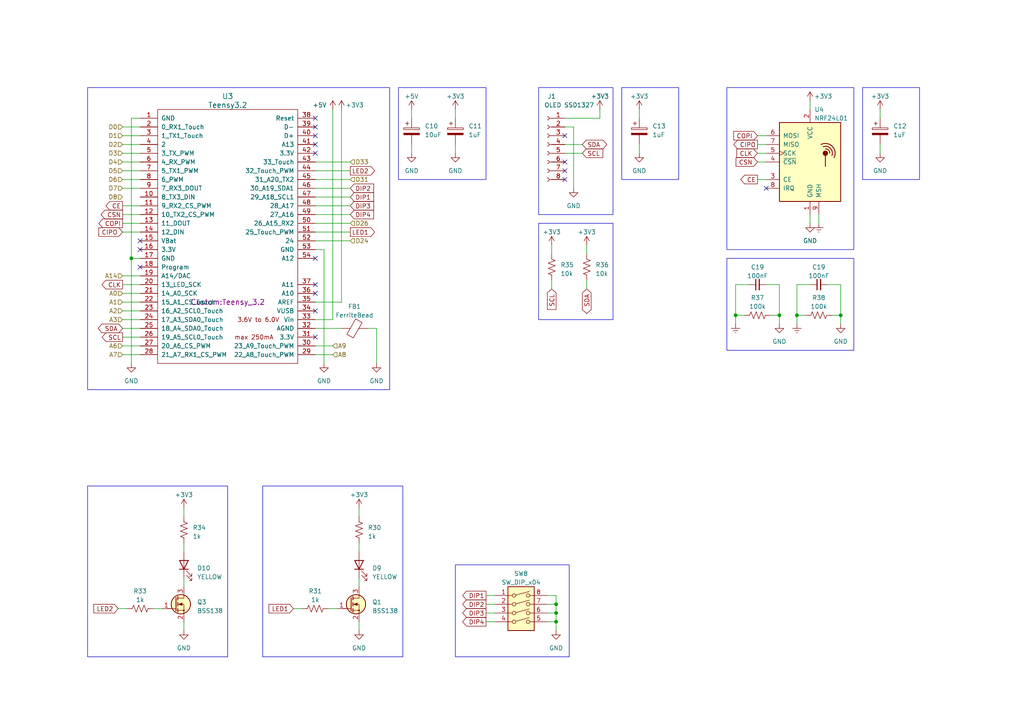
<source format=kicad_sch>
(kicad_sch (version 20230121) (generator eeschema)
  (paper "A4")
  (title_block (title "Everything Controller") (rev "R0") (company "Nabinhotronics") (comment 1 "Vagalbotz") (comment 2 "V2.0"))
  (lib_symbols
    (symbol "Connector:Conn_01x08_Socket" (pin_names (offset 1.016) hide)
      (property "Reference" "J" (at 0 10.16 0))
      (property "Value" "Conn_01x08_Socket" (at 0 -12.7 0))
      (symbol "Conn_01x08_Socket_1_1"
        (arc (start 0 -9.652) (mid -0.5058 -10.16) (end 0 -10.668) (stroke (width 0.1524)))
        (arc (start 0 -7.112) (mid -0.5058 -7.62) (end 0 -8.128) (stroke (width 0.1524)))
        (arc (start 0 -4.572) (mid -0.5058 -5.08) (end 0 -5.588) (stroke (width 0.1524)))
        (arc (start 0 -2.032) (mid -0.5058 -2.54) (end 0 -3.048) (stroke (width 0.1524)))
        (polyline (pts (xy -1.27 -10.16) (xy -0.508 -10.16)) (stroke (width 0.1524)))
        (polyline (pts (xy -1.27 -7.62) (xy -0.508 -7.62)) (stroke (width 0.1524)))
        (polyline (pts (xy -1.27 -5.08) (xy -0.508 -5.08)) (stroke (width 0.1524)))
        (polyline (pts (xy -1.27 -2.54) (xy -0.508 -2.54)) (stroke (width 0.1524)))
        (polyline (pts (xy -1.27 0) (xy -0.508 0)) (stroke (width 0.1524)))
        (polyline (pts (xy -1.27 2.54) (xy -0.508 2.54)) (stroke (width 0.1524)))
        (polyline (pts (xy -1.27 5.08) (xy -0.508 5.08)) (stroke (width 0.1524)))
        (polyline (pts (xy -1.27 7.62) (xy -0.508 7.62)) (stroke (width 0.1524)))
        (arc (start 0 0.508) (mid -0.5058 0) (end 0 -0.508) (stroke (width 0.1524)))
        (arc (start 0 3.048) (mid -0.5058 2.54) (end 0 2.032) (stroke (width 0.1524)))
        (arc (start 0 5.588) (mid -0.5058 5.08) (end 0 4.572) (stroke (width 0.1524)))
        (arc (start 0 8.128) (mid -0.5058 7.62) (end 0 7.112) (stroke (width 0.1524)))
        (pin passive line (at -5.08 7.62 0) (length 3.81) (name "Pin_1") (number "1"))
        (pin passive line (at -5.08 5.08 0) (length 3.81) (name "Pin_2") (number "2"))
        (pin passive line (at -5.08 2.54 0) (length 3.81) (name "Pin_3") (number "3"))
        (pin passive line (at -5.08 0 0) (length 3.81) (name "Pin_4") (number "4"))
        (pin passive line (at -5.08 -2.54 0) (length 3.81) (name "Pin_5") (number "5"))
        (pin passive line (at -5.08 -5.08 0) (length 3.81) (name "Pin_6") (number "6"))
        (pin passive line (at -5.08 -7.62 0) (length 3.81) (name "Pin_7") (number "7"))
        (pin passive line (at -5.08 -10.16 0) (length 3.81) (name "Pin_8") (number "8"))
      )
    )
    (symbol "Device:C_Polarized" (pin_numbers hide) (pin_names (offset 0.254))
      (property "Reference" "C" (at 0.635 2.54 0))
      (property "Value" "C_Polarized" (at 0.635 -2.54 0))
      (symbol "C_Polarized_0_1"
        (rectangle (start -2.286 0.508) (end 2.286 1.016))
        (polyline (pts (xy -1.778 2.286) (xy -0.762 2.286)))
        (polyline (pts (xy -1.27 2.794) (xy -1.27 1.778)))
        (rectangle (start 2.286 -0.508) (end -2.286 -1.016) (fill (type outline)))
      )
      (symbol "C_Polarized_1_1"
        (pin passive line (at 0 3.81 270) (length 2.794) (name "~") (number "1"))
        (pin passive line (at 0 -3.81 90) (length 2.794) (name "~") (number "2"))
      )
    )
    (symbol "Device:C_Small" (pin_numbers hide) (pin_names (offset 0.254) hide)
      (property "Reference" "C" (at 0.254 1.778 0))
      (property "Value" "C_Small" (at 0.254 -2.032 0))
      (symbol "C_Small_0_1"
        (polyline (pts (xy -1.524 -0.508) (xy 1.524 -0.508)) (stroke (width 0.3302)))
        (polyline (pts (xy -1.524 0.508) (xy 1.524 0.508)) (stroke (width 0.3048)))
      )
      (symbol "C_Small_1_1"
        (pin passive line (at 0 2.54 270) (length 2.032) (name "~") (number "1"))
        (pin passive line (at 0 -2.54 90) (length 2.032) (name "~") (number "2"))
      )
    )
    (symbol "Device:FerriteBead" (pin_numbers hide) (pin_names (offset 0))
      (property "Reference" "FB" (at -3.81 0.635 90))
      (property "Value" "FerriteBead" (at 3.81 0 90))
      (symbol "FerriteBead_0_1"
        (polyline (pts (xy 0 -1.27) (xy 0 -1.2192)))
        (polyline (pts (xy 0 1.27) (xy 0 1.2954)))
        (polyline (pts (xy -2.7686 0.4064) (xy -1.7018 2.2606) (xy 2.7686 -0.3048) (xy 1.6764 -2.159) (xy -2.7686 0.4064)))
      )
      (symbol "FerriteBead_1_1"
        (pin passive line (at 0 3.81 270) (length 2.54) (name "~") (number "1"))
        (pin passive line (at 0 -3.81 90) (length 2.54) (name "~") (number "2"))
      )
    )
    (symbol "Device:LED" (pin_numbers hide) (pin_names (offset 1.016) hide)
      (property "Reference" "D" (at 0 2.54 0))
      (property "Value" "LED" (at 0 -2.54 0))
      (symbol "LED_0_1"
        (polyline (pts (xy -1.27 -1.27) (xy -1.27 1.27)) (stroke (width 0.254)))
        (polyline (pts (xy -1.27 0) (xy 1.27 0)))
        (polyline (pts (xy 1.27 -1.27) (xy 1.27 1.27) (xy -1.27 0) (xy 1.27 -1.27)) (stroke (width 0.254)))
        (polyline (pts (xy -3.048 -0.762) (xy -4.572 -2.286) (xy -3.81 -2.286) (xy -4.572 -2.286) (xy -4.572 -1.524)))
        (polyline (pts (xy -1.778 -0.762) (xy -3.302 -2.286) (xy -2.54 -2.286) (xy -3.302 -2.286) (xy -3.302 -1.524)))
      )
      (symbol "LED_1_1"
        (pin passive line (at -3.81 0 0) (length 2.54) (name "K") (number "1"))
        (pin passive line (at 3.81 0 180) (length 2.54) (name "A") (number "2"))
      )
    )
    (symbol "Device:R_US" (pin_numbers hide) (pin_names (offset 0))
      (property "Reference" "R" (at 2.54 0 90))
      (property "Value" "R_US" (at -2.54 0 90))
      (symbol "R_US_0_1"
        (polyline (pts (xy 0 -2.286) (xy 0 -2.54)))
        (polyline (pts (xy 0 2.286) (xy 0 2.54)))
        (polyline (pts (xy 0 -0.762) (xy 1.016 -1.143) (xy 0 -1.524) (xy -1.016 -1.905) (xy 0 -2.286)))
        (polyline (pts (xy 0 0.762) (xy 1.016 0.381) (xy 0 0) (xy -1.016 -0.381) (xy 0 -0.762)))
        (polyline (pts (xy 0 2.286) (xy 1.016 1.905) (xy 0 1.524) (xy -1.016 1.143) (xy 0 0.762)))
      )
      (symbol "R_US_1_1"
        (pin passive line (at 0 3.81 270) (length 1.27) (name "~") (number "1"))
        (pin passive line (at 0 -3.81 90) (length 1.27) (name "~") (number "2"))
      )
    )
    (symbol "PCM_4ms_Power-symbol:+5V" (power) (pin_names (offset 0))
      (property "Value" "+5V" (at 0 3.556 0))
      (symbol "+5V_0_1"
        (polyline (pts (xy -0.762 1.27) (xy 0 2.54)))
        (polyline (pts (xy 0 0) (xy 0 2.54)))
        (polyline (pts (xy 0 2.54) (xy 0.762 1.27)))
      )
      (symbol "+5V_1_1"
        (pin power_in line (at 0 0 90) (length 0) hide (name "+5V") (number "1"))
      )
    )
    (symbol "PCM_4ms_Power-symbol:GND" (power) (pin_names (offset 0))
      (property "Value" "GND" (at 0 -3.81 0))
      (symbol "GND_0_1"
        (polyline (pts (xy 0 0) (xy 0 -1.27) (xy 1.27 -1.27) (xy 0 -2.54) (xy -1.27 -1.27) (xy 0 -1.27)))
      )
      (symbol "GND_1_1"
        (pin power_in line (at 0 0 270) (length 0) hide (name "GND") (number "1"))
      )
    )
    (symbol "PCM_Transistor_MOSFET_AKL:BSS138" (pin_names hide)
      (property "Reference" "Q" (at 5.08 1.27 0))
      (property "Value" "BSS138" (at 5.08 -1.27 0))
      (symbol "BSS138_0_1"
        (polyline (pts (xy 0.254 -1.27) (xy -2.54 -1.27)))
        (polyline (pts (xy 0.254 1.905) (xy 0.254 -1.905)) (stroke (width 0.254)))
        (polyline (pts (xy 0.762 -1.778) (xy 2.54 -1.778)))
        (polyline (pts (xy 0.762 -1.27) (xy 0.762 -2.286)) (stroke (width 0.254)))
        (polyline (pts (xy 0.762 0.508) (xy 0.762 -0.508)) (stroke (width 0.254)))
        (polyline (pts (xy 0.762 2.286) (xy 0.762 1.27)) (stroke (width 0.254)))
        (polyline (pts (xy 2.54 1.778) (xy 0.762 1.778)))
        (polyline (pts (xy 2.54 2.54) (xy 2.54 1.778)))
        (polyline (pts (xy 2.54 -2.54) (xy 2.54 0) (xy 0.762 0)))
        (polyline (pts (xy 1.016 0) (xy 2.032 0.381) (xy 2.032 -0.381) (xy 1.016 0)) (fill (type outline)))
        (circle (center 1.651 0) (radius 2.794) (stroke (width 0.254)) (fill (type background)))
        (circle (center 2.54 -1.778) (radius 0.1778) (fill (type outline)))
      )
      (symbol "BSS138_1_1"
        (pin input line (at -3.81 -1.27 0) (length 2.54) (name "G") (number "1"))
        (pin passive line (at 2.54 -5.08 90) (length 2.54) (name "S") (number "2"))
        (pin passive line (at 2.54 5.08 270) (length 2.54) (name "D") (number "3"))
      )
    )
    (symbol "RF:NRF24L01_Breakout" (pin_names (offset 1.016))
      (property "Reference" "U4" (at 1.27 15.24 0))
      (property "Value" "NRF24L01" (at 1.27 12.7 0))
      (symbol "NRF24L01_Breakout_0_1"
        (rectangle (start -8.89 11.43) (end 8.89 -11.43) (stroke (width 0.254)) (fill (type background)))
        (polyline (pts (xy 4.445 1.905) (xy 4.445 -1.27)) (stroke (width 0.254)))
        (circle (center 4.445 2.54) (radius 0.635) (stroke (width 0.254)) (fill (type outline)))
        (arc (start 5.715 2.54) (mid 5.3521 3.4546) (end 4.445 3.81) (stroke (width 0.254)))
        (arc (start 6.35 1.905) (mid 5.8763 3.9854) (end 3.81 4.445) (stroke (width 0.254)))
        (arc (start 6.985 1.27) (mid 6.453 4.548) (end 3.175 5.08) (stroke (width 0.254)))
      )
      (symbol "NRF24L01_Breakout_1_1"
        (pin power_in line (at 0 -15.24 90) (length 3.81) (name "GND") (number "1"))
        (pin power_in line (at 0 15.24 270) (length 3.81) (name "VCC") (number "2"))
        (pin input line (at -12.7 -5.08 0) (length 3.81) (name "CE") (number "3"))
        (pin input line (at -12.7 0 0) (length 3.81) (name "~{CSN}") (number "4"))
        (pin input clock (at -12.7 2.54 0) (length 3.81) (name "SCK") (number "5"))
        (pin input line (at -12.7 7.62 0) (length 3.81) (name "MOSI") (number "6"))
        (pin output line (at -12.7 5.08 0) (length 3.81) (name "MISO") (number "7"))
        (pin output line (at -12.7 -7.62 0) (length 3.81) (name "IRQ") (number "8"))
        (pin power_in line (at 2.54 -15.24 90) (length 3.81) (name "MSH") (number "9"))
      )
    )
    (symbol "Switch:SW_DIP_x04" (pin_names (offset 0) hide)
      (property "Reference" "SW" (at 0 8.89 0))
      (property "Value" "SW_DIP_x04" (at 0 -6.35 0))
      (symbol "SW_DIP_x04_0_0"
        (circle (center -2.032 -2.54) (radius 0.508))
        (circle (center -2.032 0) (radius 0.508))
        (circle (center -2.032 2.54) (radius 0.508))
        (circle (center -2.032 5.08) (radius 0.508))
        (polyline (pts (xy -1.524 -2.3876) (xy 2.3622 -1.3462)))
        (polyline (pts (xy -1.524 0.127) (xy 2.3622 1.1684)))
        (polyline (pts (xy -1.524 2.667) (xy 2.3622 3.7084)))
        (polyline (pts (xy -1.524 5.207) (xy 2.3622 6.2484)))
        (circle (center 2.032 -2.54) (radius 0.508))
        (circle (center 2.032 0) (radius 0.508))
        (circle (center 2.032 2.54) (radius 0.508))
        (circle (center 2.032 5.08) (radius 0.508))
      )
      (symbol "SW_DIP_x04_0_1"
        (rectangle (start -3.81 7.62) (end 3.81 -5.08) (stroke (width 0.254)) (fill (type background)))
      )
      (symbol "SW_DIP_x04_1_1"
        (pin passive line (at -7.62 5.08 0) (length 5.08) (name "~") (number "1"))
        (pin passive line (at -7.62 2.54 0) (length 5.08) (name "~") (number "2"))
        (pin passive line (at -7.62 0 0) (length 5.08) (name "~") (number "3"))
        (pin passive line (at -7.62 -2.54 0) (length 5.08) (name "~") (number "4"))
        (pin passive line (at 7.62 -2.54 180) (length 5.08) (name "~") (number "5"))
        (pin passive line (at 7.62 0 180) (length 5.08) (name "~") (number "6"))
        (pin passive line (at 7.62 2.54 180) (length 5.08) (name "~") (number "7"))
        (pin passive line (at 7.62 5.08 180) (length 5.08) (name "~") (number "8"))
      )
    )
    (symbol "Teensy:Teensy3.2" (pin_names (offset 1.016))
      (property "Reference" "U" (at 0 39.37 0))
      (property "Value" "Teensy3.2" (at 0 -39.37 0))
      (symbol "Teensy3.2_0_0"
        (text "3.6V to 6.0V" (at 8.89 -24.13 0) (effects (font (size 1.27 1.27))))
        (text "max 250mA" (at 7.62 -29.21 0) (effects (font (size 1.27 1.27))))
      )
      (symbol "Teensy3.2_0_1"
        (rectangle (start -20.32 -36.83) (end 20.32 36.83))
      )
      (symbol "Teensy3.2_1_1"
        (pin power_in line (at -25.4 34.29 0) (length 5.08) (name "GND") (number "1"))
        (pin bidirectional line (at -25.4 11.43 0) (length 5.08) (name "8_TX3_DIN") (number "10"))
        (pin bidirectional line (at -25.4 8.89 0) (length 5.08) (name "9_RX2_CS_PWM") (number "11"))
        (pin bidirectional line (at -25.4 6.35 0) (length 5.08) (name "10_TX2_CS_PWM") (number "12"))
        (pin bidirectional line (at -25.4 3.81 0) (length 5.08) (name "11_DOUT") (number "13"))
        (pin bidirectional line (at -25.4 1.27 0) (length 5.08) (name "12_DIN") (number "14"))
        (pin power_in line (at -25.4 -1.27 0) (length 5.08) (name "VBat") (number "15"))
        (pin power_out line (at -25.4 -3.81 0) (length 5.08) (name "3.3V") (number "16"))
        (pin power_in line (at -25.4 -6.35 0) (length 5.08) (name "GND") (number "17"))
        (pin input line (at -25.4 -8.89 0) (length 5.08) (name "Program") (number "18"))
        (pin bidirectional line (at -25.4 -11.43 0) (length 5.08) (name "A14/DAC") (number "19"))
        (pin bidirectional line (at -25.4 31.75 0) (length 5.08) (name "0_RX1_Touch") (number "2"))
        (pin bidirectional line (at -25.4 -13.97 0) (length 5.08) (name "13_LED_SCK") (number "20"))
        (pin bidirectional line (at -25.4 -16.51 0) (length 5.08) (name "14_A0_SCK") (number "21"))
        (pin bidirectional line (at -25.4 -19.05 0) (length 5.08) (name "15_A1_CS_Touch") (number "22"))
        (pin bidirectional line (at -25.4 -21.59 0) (length 5.08) (name "16_A2_SCL0_Touch") (number "23"))
        (pin bidirectional line (at -25.4 -24.13 0) (length 5.08) (name "17_A3_SDA0_Touch") (number "24"))
        (pin bidirectional line (at -25.4 -26.67 0) (length 5.08) (name "18_A4_SDA0_Touch") (number "25"))
        (pin bidirectional line (at -25.4 -29.21 0) (length 5.08) (name "19_A5_SCL0_Touch") (number "26"))
        (pin bidirectional line (at -25.4 -31.75 0) (length 5.08) (name "20_A6_CS_PWM") (number "27"))
        (pin bidirectional line (at -25.4 -34.29 0) (length 5.08) (name "21_A7_RX1_CS_PWM") (number "28"))
        (pin bidirectional line (at 25.4 -34.29 180) (length 5.08) (name "22_A8_Touch_PWM") (number "29"))
        (pin bidirectional line (at -25.4 29.21 0) (length 5.08) (name "1_TX1_Touch") (number "3"))
        (pin bidirectional line (at 25.4 -31.75 180) (length 5.08) (name "23_A9_Touch_PWM") (number "30"))
        (pin power_out line (at 25.4 -29.21 180) (length 5.08) (name "3.3V") (number "31"))
        (pin power_out line (at 25.4 -26.67 180) (length 5.08) (name "AGND") (number "32"))
        (pin power_in line (at 25.4 -24.13 180) (length 5.08) (name "Vin") (number "33"))
        (pin power_in line (at 25.4 -21.59 180) (length 5.08) (name "VUSB") (number "34"))
        (pin input line (at 25.4 -19.05 180) (length 5.08) (name "AREF") (number "35"))
        (pin bidirectional line (at 25.4 -16.51 180) (length 5.08) (name "A10") (number "36"))
        (pin bidirectional line (at 25.4 -13.97 180) (length 5.08) (name "A11") (number "37"))
        (pin input line (at 25.4 34.29 180) (length 5.08) (name "Reset") (number "38"))
        (pin bidirectional line (at 25.4 31.75 180) (length 5.08) (name "D-") (number "39"))
        (pin bidirectional line (at -25.4 26.67 0) (length 5.08) (name "2") (number "4"))
        (pin bidirectional line (at 25.4 29.21 180) (length 5.08) (name "D+") (number "40"))
        (pin bidirectional line (at 25.4 26.67 180) (length 5.08) (name "A13") (number "41"))
        (pin power_out line (at 25.4 24.13 180) (length 5.08) (name "3.3V") (number "42"))
        (pin bidirectional line (at 25.4 21.59 180) (length 5.08) (name "33_Touch") (number "43"))
        (pin bidirectional line (at 25.4 19.05 180) (length 5.08) (name "32_Touch_PWM") (number "44"))
        (pin bidirectional line (at 25.4 16.51 180) (length 5.08) (name "31_A20_TX2") (number "45"))
        (pin bidirectional line (at 25.4 13.97 180) (length 5.08) (name "30_A19_SDA1") (number "46"))
        (pin bidirectional line (at 25.4 11.43 180) (length 5.08) (name "29_A18_SCL1") (number "47"))
        (pin bidirectional line (at 25.4 8.89 180) (length 5.08) (name "28_A17") (number "48"))
        (pin bidirectional line (at 25.4 6.35 180) (length 5.08) (name "27_A16") (number "49"))
        (pin bidirectional line (at -25.4 24.13 0) (length 5.08) (name "3_TX_PWM") (number "5"))
        (pin bidirectional line (at 25.4 3.81 180) (length 5.08) (name "26_A15_RX2") (number "50"))
        (pin bidirectional line (at 25.4 1.27 180) (length 5.08) (name "25_Touch_PWM") (number "51"))
        (pin bidirectional line (at 25.4 -1.27 180) (length 5.08) (name "24") (number "52"))
        (pin power_in line (at 25.4 -3.81 180) (length 5.08) (name "GND") (number "53"))
        (pin bidirectional line (at 25.4 -6.35 180) (length 5.08) (name "A12") (number "54"))
        (pin bidirectional line (at -25.4 21.59 0) (length 5.08) (name "4_RX_PWM") (number "6"))
        (pin bidirectional line (at -25.4 19.05 0) (length 5.08) (name "5_TX1_PWM") (number "7"))
        (pin bidirectional line (at -25.4 16.51 0) (length 5.08) (name "6_PWM") (number "8"))
        (pin bidirectional line (at -25.4 13.97 0) (length 5.08) (name "7_RX3_DOUT") (number "9"))
      )
    )
    (symbol "power:+3V3" (power) (pin_names (offset 0))
      (property "Value" "+3V3" (at 0 3.556 0))
      (symbol "+3V3_0_1"
        (polyline (pts (xy -0.762 1.27) (xy 0 2.54)))
        (polyline (pts (xy 0 0) (xy 0 2.54)))
        (polyline (pts (xy 0 2.54) (xy 0.762 1.27)))
      )
      (symbol "+3V3_1_1"
        (pin power_in line (at 0 0 90) (length 0) hide (name "+3V3") (number "1"))
      )
    )
    (symbol "power:Earth" (power) (pin_names (offset 0))
      (symbol "Earth_0_1"
        (polyline (pts (xy -0.635 -1.905) (xy 0.635 -1.905)))
        (polyline (pts (xy -0.127 -2.54) (xy 0.127 -2.54)))
        (polyline (pts (xy 0 -1.27) (xy 0 0)))
        (polyline (pts (xy 1.27 -1.27) (xy -1.27 -1.27)))
      )
      (symbol "Earth_1_1"
        (pin power_in line (at 0 0 270) (length 0) hide (name "Earth") (number "1"))
      )
    )
  )
  (junction (at 226.06 91.44))
  (junction (at 161.29 180.34))
  (junction (at 213.36 91.44))
  (junction (at 38.1 74.93))
  (junction (at 161.29 175.26))
  (junction (at 231.14 91.44))
  (junction (at 243.84 91.44))
  (junction (at 161.29 177.8))
  (no_connect (at 91.44 41.91))
  (no_connect (at 163.83 52.07))
  (no_connect (at 163.83 49.53))
  (no_connect (at 91.44 39.37))
  (no_connect (at 91.44 36.83))
  (no_connect (at 40.64 77.47))
  (no_connect (at 91.44 82.55))
  (no_connect (at 91.44 90.17))
  (no_connect (at 40.64 69.85))
  (no_connect (at 91.44 44.45))
  (no_connect (at 163.83 39.37))
  (no_connect (at 91.44 97.79))
  (no_connect (at 91.44 74.93))
  (no_connect (at 40.64 72.39))
  (no_connect (at 91.44 34.29))
  (no_connect (at 222.25 54.61))
  (no_connect (at 91.44 85.09))
  (no_connect (at 163.83 46.99))
  (wire (pts (xy 91.44 72.39) (xy 93.98 72.39)))
  (wire (pts (xy 40.64 74.93) (xy 38.1 74.93)))
  (wire (pts (xy 35.56 92.71) (xy 40.64 92.71)))
  (wire (pts (xy 35.56 97.79) (xy 40.64 97.79)))
  (wire (pts (xy 173.99 34.29) (xy 173.99 31.75)))
  (wire (pts (xy 35.56 62.23) (xy 40.64 62.23)))
  (wire (pts (xy 96.52 92.71) (xy 91.44 92.71)))
  (wire (pts (xy 38.1 74.93) (xy 38.1 105.41)))
  (wire (pts (xy 231.14 93.98) (xy 231.14 91.44)))
  (wire (pts (xy 91.44 49.53) (xy 101.6 49.53)))
  (wire (pts (xy 219.71 52.07) (xy 222.25 52.07)))
  (wire (pts (xy 34.29 176.53) (xy 36.83 176.53)))
  (wire (pts (xy 91.44 67.31) (xy 101.6 67.31)))
  (wire (pts (xy 53.34 157.48) (xy 53.34 160.02)))
  (wire (pts (xy 132.08 31.75) (xy 132.08 34.29)))
  (wire (pts (xy 234.95 29.21) (xy 234.95 31.75)))
  (wire (pts (xy 170.18 71.12) (xy 170.18 73.66)))
  (wire (pts (xy 240.03 82.55) (xy 243.84 82.55)))
  (wire (pts (xy 91.44 46.99) (xy 101.6 46.99)))
  (wire (pts (xy 104.14 147.32) (xy 104.14 149.86)))
  (wire (pts (xy 223.52 91.44) (xy 226.06 91.44)))
  (wire (pts (xy 158.75 177.8) (xy 161.29 177.8)))
  (wire (pts (xy 241.3 91.44) (xy 243.84 91.44)))
  (wire (pts (xy 35.56 90.17) (xy 40.64 90.17)))
  (wire (pts (xy 91.44 62.23) (xy 101.6 62.23)))
  (wire (pts (xy 231.14 91.44) (xy 233.68 91.44)))
  (wire (pts (xy 91.44 52.07) (xy 101.6 52.07)))
  (wire (pts (xy 35.56 80.01) (xy 40.64 80.01)))
  (wire (pts (xy 35.56 95.25) (xy 40.64 95.25)))
  (wire (pts (xy 255.27 31.75) (xy 255.27 34.29)))
  (wire (pts (xy 91.44 69.85) (xy 101.6 69.85)))
  (wire (pts (xy 35.56 87.63) (xy 40.64 87.63)))
  (wire (pts (xy 158.75 175.26) (xy 161.29 175.26)))
  (wire (pts (xy 231.14 82.55) (xy 231.14 91.44)))
  (wire (pts (xy 35.56 41.91) (xy 40.64 41.91)))
  (wire (pts (xy 219.71 41.91) (xy 222.25 41.91)))
  (wire (pts (xy 91.44 102.87) (xy 96.52 102.87)))
  (wire (pts (xy 160.02 71.12) (xy 160.02 73.66)))
  (wire (pts (xy 35.56 54.61) (xy 40.64 54.61)))
  (wire (pts (xy 53.34 147.32) (xy 53.34 149.86)))
  (wire (pts (xy 119.38 31.75) (xy 119.38 34.29)))
  (wire (pts (xy 161.29 182.88) (xy 161.29 180.34)))
  (wire (pts (xy 163.83 36.83) (xy 166.37 36.83)))
  (wire (pts (xy 91.44 57.15) (xy 101.6 57.15)))
  (wire (pts (xy 163.83 34.29) (xy 173.99 34.29)))
  (wire (pts (xy 140.97 180.34) (xy 143.51 180.34)))
  (wire (pts (xy 91.44 95.25) (xy 99.06 95.25)))
  (wire (pts (xy 104.14 167.64) (xy 104.14 170.18)))
  (wire (pts (xy 132.08 41.91) (xy 132.08 44.45)))
  (wire (pts (xy 170.18 81.28) (xy 170.18 83.82)))
  (wire (pts (xy 119.38 41.91) (xy 119.38 44.45)))
  (wire (pts (xy 40.64 34.29) (xy 38.1 34.29)))
  (wire (pts (xy 222.25 82.55) (xy 226.06 82.55)))
  (wire (pts (xy 219.71 46.99) (xy 222.25 46.99)))
  (wire (pts (xy 213.36 93.98) (xy 213.36 91.44)))
  (wire (pts (xy 140.97 177.8) (xy 143.51 177.8)))
  (wire (pts (xy 35.56 59.69) (xy 40.64 59.69)))
  (wire (pts (xy 93.98 72.39) (xy 93.98 105.41)))
  (wire (pts (xy 219.71 39.37) (xy 222.25 39.37)))
  (wire (pts (xy 160.02 81.28) (xy 160.02 83.82)))
  (wire (pts (xy 35.56 49.53) (xy 40.64 49.53)))
  (wire (pts (xy 255.27 41.91) (xy 255.27 44.45)))
  (wire (pts (xy 44.45 176.53) (xy 46.99 176.53)))
  (wire (pts (xy 85.09 176.53) (xy 87.63 176.53)))
  (wire (pts (xy 35.56 85.09) (xy 40.64 85.09)))
  (wire (pts (xy 35.56 64.77) (xy 40.64 64.77)))
  (wire (pts (xy 91.44 87.63) (xy 99.06 87.63)))
  (wire (pts (xy 104.14 180.34) (xy 104.14 182.88)))
  (wire (pts (xy 95.25 176.53) (xy 97.79 176.53)))
  (wire (pts (xy 35.56 46.99) (xy 40.64 46.99)))
  (wire (pts (xy 91.44 54.61) (xy 101.6 54.61)))
  (wire (pts (xy 35.56 67.31) (xy 40.64 67.31)))
  (wire (pts (xy 161.29 180.34) (xy 161.29 177.8)))
  (wire (pts (xy 161.29 175.26) (xy 161.29 172.72)))
  (wire (pts (xy 35.56 102.87) (xy 40.64 102.87)))
  (wire (pts (xy 91.44 59.69) (xy 101.6 59.69)))
  (wire (pts (xy 237.49 62.23) (xy 237.49 64.77)))
  (wire (pts (xy 185.42 41.91) (xy 185.42 44.45)))
  (wire (pts (xy 109.22 95.25) (xy 109.22 105.41)))
  (wire (pts (xy 243.84 82.55) (xy 243.84 91.44)))
  (wire (pts (xy 104.14 157.48) (xy 104.14 160.02)))
  (wire (pts (xy 163.83 41.91) (xy 168.91 41.91)))
  (wire (pts (xy 140.97 175.26) (xy 143.51 175.26)))
  (wire (pts (xy 96.52 31.75) (xy 96.52 92.71)))
  (wire (pts (xy 226.06 82.55) (xy 226.06 91.44)))
  (wire (pts (xy 35.56 82.55) (xy 40.64 82.55)))
  (wire (pts (xy 35.56 39.37) (xy 40.64 39.37)))
  (wire (pts (xy 161.29 177.8) (xy 161.29 175.26)))
  (wire (pts (xy 99.06 87.63) (xy 99.06 31.75)))
  (wire (pts (xy 161.29 172.72) (xy 158.75 172.72)))
  (wire (pts (xy 213.36 82.55) (xy 213.36 91.44)))
  (wire (pts (xy 53.34 167.64) (xy 53.34 170.18)))
  (wire (pts (xy 35.56 44.45) (xy 40.64 44.45)))
  (wire (pts (xy 234.95 62.23) (xy 234.95 64.77)))
  (wire (pts (xy 35.56 52.07) (xy 40.64 52.07)))
  (wire (pts (xy 213.36 91.44) (xy 215.9 91.44)))
  (wire (pts (xy 109.22 95.25) (xy 106.68 95.25)))
  (wire (pts (xy 185.42 31.75) (xy 185.42 34.29)))
  (wire (pts (xy 217.17 82.55) (xy 213.36 82.55)))
  (wire (pts (xy 53.34 180.34) (xy 53.34 182.88)))
  (wire (pts (xy 158.75 180.34) (xy 161.29 180.34)))
  (wire (pts (xy 243.84 91.44) (xy 243.84 93.98)))
  (wire (pts (xy 91.44 100.33) (xy 96.52 100.33)))
  (wire (pts (xy 140.97 172.72) (xy 143.51 172.72)))
  (wire (pts (xy 219.71 44.45) (xy 222.25 44.45)))
  (wire (pts (xy 163.83 44.45) (xy 168.91 44.45)))
  (wire (pts (xy 226.06 91.44) (xy 226.06 93.98)))
  (wire (pts (xy 35.56 36.83) (xy 40.64 36.83)))
  (wire (pts (xy 166.37 36.83) (xy 166.37 54.61)))
  (wire (pts (xy 35.56 100.33) (xy 40.64 100.33)))
  (wire (pts (xy 38.1 34.29) (xy 38.1 74.93)))
  (wire (pts (xy 234.95 82.55) (xy 231.14 82.55)))
  (wire (pts (xy 91.44 64.77) (xy 101.6 64.77)))
  (rectangle (start 25.4 25.4) (end 113.03 113.03))
  (rectangle (start 156.21 64.77) (end 177.8 92.71))
  (rectangle (start 210.82 74.93) (end 247.65 101.6))
  (rectangle (start 180.34 25.4) (end 196.85 52.07))
  (rectangle (start 156.21 25.4) (end 177.8 62.23))
  (rectangle (start 76.2 140.97) (end 116.84 190.5))
  (rectangle (start 115.57 25.4) (end 140.97 52.07))
  (rectangle (start 210.82 25.4) (end 247.65 72.39))
  (rectangle (start 250.19 25.4) (end 266.7 52.07))
  (rectangle (start 132.08 163.83) (end 165.1 190.5))
  (rectangle (start 25.4 140.97) (end 66.04 190.5))
  (global_label "SCL" (shape input) (at 160.02 83.82 270) (property "Intersheetrefs" "${INTERSHEET_REFS}" (effects hide)))
  (global_label "CE" (shape output) (at 35.56 59.69 180) (property "Intersheetrefs" "${INTERSHEET_REFS}" (effects hide)))
  (global_label "DIP1" (shape output) (at 140.97 172.72 180) (property "Intersheetrefs" "${INTERSHEET_REFS}" (effects hide)))
  (global_label "COPI" (shape input) (at 219.71 39.37 180) (property "Intersheetrefs" "${INTERSHEET_REFS}" (effects hide)))
  (global_label "CLK" (shape output) (at 35.56 82.55 180) (property "Intersheetrefs" "${INTERSHEET_REFS}" (effects hide)))
  (global_label "SCL" (shape input) (at 168.91 44.45 0) (property "Intersheetrefs" "${INTERSHEET_REFS}" (effects hide)))
  (global_label "LED1" (shape input) (at 85.09 176.53 180) (property "Intersheetrefs" "${INTERSHEET_REFS}" (effects hide)))
  (global_label "DIP3" (shape output) (at 140.97 177.8 180) (property "Intersheetrefs" "${INTERSHEET_REFS}" (effects hide)))
  (global_label "DIP3" (shape input) (at 101.6 59.69 0) (property "Intersheetrefs" "${INTERSHEET_REFS}" (effects hide)))
  (global_label "SDA" (shape bidirectional) (at 35.56 95.25 180) (property "Intersheetrefs" "${INTERSHEET_REFS}" (effects hide)))
  (global_label "SDA" (shape bidirectional) (at 170.18 83.82 270) (property "Intersheetrefs" "${INTERSHEET_REFS}" (effects hide)))
  (global_label "DIP2" (shape input) (at 101.6 54.61 0) (property "Intersheetrefs" "${INTERSHEET_REFS}" (effects hide)))
  (global_label "CE" (shape output) (at 219.71 52.07 180) (property "Intersheetrefs" "${INTERSHEET_REFS}" (effects hide)))
  (global_label "SDA" (shape bidirectional) (at 168.91 41.91 0) (property "Intersheetrefs" "${INTERSHEET_REFS}" (effects hide)))
  (global_label "CIPO" (shape output) (at 219.71 41.91 180) (property "Intersheetrefs" "${INTERSHEET_REFS}" (effects hide)))
  (global_label "LED1" (shape output) (at 101.6 67.31 0) (property "Intersheetrefs" "${INTERSHEET_REFS}" (effects hide)))
  (global_label "DIP2" (shape output) (at 140.97 175.26 180) (property "Intersheetrefs" "${INTERSHEET_REFS}" (effects hide)))
  (global_label "DIP1" (shape input) (at 101.6 57.15 0) (property "Intersheetrefs" "${INTERSHEET_REFS}" (effects hide)))
  (global_label "COPI" (shape output) (at 35.56 64.77 180) (property "Intersheetrefs" "${INTERSHEET_REFS}" (effects hide)))
  (global_label "CIPO" (shape input) (at 35.56 67.31 180) (property "Intersheetrefs" "${INTERSHEET_REFS}" (effects hide)))
  (global_label "SCL" (shape output) (at 35.56 97.79 180) (property "Intersheetrefs" "${INTERSHEET_REFS}" (effects hide)))
  (global_label "DIP4" (shape output) (at 140.97 180.34 180) (property "Intersheetrefs" "${INTERSHEET_REFS}" (effects hide)))
  (global_label "CSN" (shape input) (at 219.71 46.99 180) (property "Intersheetrefs" "${INTERSHEET_REFS}" (effects hide)))
  (global_label "DIP4" (shape input) (at 101.6 62.23 0) (property "Intersheetrefs" "${INTERSHEET_REFS}" (effects hide)))
  (global_label "CLK" (shape input) (at 219.71 44.45 180) (property "Intersheetrefs" "${INTERSHEET_REFS}" (effects hide)))
  (global_label "CSN" (shape output) (at 35.56 62.23 180) (property "Intersheetrefs" "${INTERSHEET_REFS}" (effects hide)))
  (global_label "LED2" (shape output) (at 101.6 49.53 0) (property "Intersheetrefs" "${INTERSHEET_REFS}" (effects hide)))
  (global_label "LED2" (shape input) (at 34.29 176.53 180) (property "Intersheetrefs" "${INTERSHEET_REFS}" (effects hide)))
  (hierarchical_label "D0" (shape input) (at 35.56 36.83 180))
  (hierarchical_label "D5" (shape input) (at 35.56 49.53 180))
  (hierarchical_label "D8" (shape input) (at 35.56 57.15 180))
  (hierarchical_label "A9" (shape input) (at 96.52 100.33 0))
  (hierarchical_label "A8" (shape input) (at 96.52 102.87 0))
  (hierarchical_label "D31" (shape input) (at 101.6 52.07 0))
  (hierarchical_label "D4" (shape input) (at 35.56 46.99 180))
  (hierarchical_label "D33" (shape input) (at 101.6 46.99 0))
  (hierarchical_label "D7" (shape input) (at 35.56 54.61 180))
  (hierarchical_label "A3" (shape input) (at 35.56 92.71 180))
  (hierarchical_label "A6" (shape input) (at 35.56 100.33 180))
  (hierarchical_label "A7" (shape input) (at 35.56 102.87 180))
  (hierarchical_label "D2" (shape input) (at 35.56 41.91 180))
  (hierarchical_label "A1" (shape input) (at 35.56 87.63 180))
  (hierarchical_label "A14" (shape input) (at 35.56 80.01 180))
  (hierarchical_label "D6" (shape input) (at 35.56 52.07 180))
  (hierarchical_label "A2" (shape input) (at 35.56 90.17 180))
  (hierarchical_label "D1" (shape input) (at 35.56 39.37 180))
  (hierarchical_label "D26" (shape input) (at 101.6 64.77 0))
  (hierarchical_label "A0" (shape input) (at 35.56 85.09 180))
  (hierarchical_label "D3" (shape input) (at 35.56 44.45 180))
  (hierarchical_label "D24" (shape input) (at 101.6 69.85 0))
  (symbol (lib_id "Device:C_Polarized") (at 119.38 38.1 0) (unit 1)
    (property "Reference" "C10" (at 123.19 36.576 0) (effects (justify left)))
    (property "Value" "10uF" (at 123.19 39.116 0) (effects (justify left)))
    (property "Footprint" "Capacitor_Tantalum_SMD:CP_EIA-3216-18_Kemet-A" (effects hide))
  )
  (symbol (lib_id "Teensy:Teensy3.2") (at 66.04 68.58 0) (unit 1)
    (property "Reference" "U3" (at 66.04 27.94 0) (effects (font (size 1.524 1.524))))
    (property "Value" "Teensy3.2" (at 66.04 30.48 0) (effects (font (size 1.524 1.524))))
    (property "Footprint" "Custom:Teensy_3.2" (at 66.04 87.63 0) (effects (font (size 1.524 1.524))))
  )
  (symbol (lib_id "power:+3V3") (at 255.27 31.75 0) (unit 1)
    (property "Reference" "#PWR041" (effects hide))
    (property "Value" "+3V3" (at 255.27 27.94 0))
  )
  (symbol (lib_id "PCM_4ms_Power-symbol:GND") (at 93.98 105.41 0) (unit 1)
    (property "Reference" "#PWR031" (effects hide))
    (property "Value" "GND" (at 93.98 110.49 0))
  )
  (symbol (lib_id "Device:C_Polarized") (at 132.08 38.1 0) (unit 1)
    (property "Reference" "C11" (at 135.89 36.576 0) (effects (justify left)))
    (property "Value" "1uF" (at 135.89 39.116 0) (effects (justify left)))
    (property "Footprint" "Capacitor_Tantalum_SMD:CP_EIA-3216-18_Kemet-A" (effects hide))
  )
  (symbol (lib_id "Switch:SW_DIP_x04") (at 151.13 177.8 0) (unit 1)
    (property "Reference" "SW8" (at 151.13 166.37 0))
    (property "Value" "SW_DIP_x04" (at 151.13 168.91 0))
    (property "Footprint" "Button_Switch_SMD:SW_DIP_SPSTx04_Slide_Omron_A6S-410x_W8.9mm_P2.54mm" (effects hide))
  )
  (symbol (lib_id "Device:R_US") (at 104.14 153.67 0) (unit 1)
    (property "Reference" "R30" (at 106.68 153.035 0) (effects (justify left)))
    (property "Value" "1k" (at 106.68 155.575 0) (effects (justify left)))
    (property "Footprint" "Resistor_SMD:R_0805_2012Metric" (effects hide))
  )
  (symbol (lib_id "PCM_4ms_Power-symbol:GND") (at 255.27 44.45 0) (unit 1)
    (property "Reference" "#PWR042" (effects hide))
    (property "Value" "GND" (at 255.27 49.53 0))
  )
  (symbol (lib_id "PCM_4ms_Power-symbol:GND") (at 53.34 182.88 0) (unit 1)
    (property "Reference" "#PWR0103" (effects hide))
    (property "Value" "GND" (at 53.34 187.96 0))
  )
  (symbol (lib_id "Device:R_US") (at 237.49 91.44 90) (unit 1)
    (property "Reference" "R38" (at 237.49 86.36 90))
    (property "Value" "100k" (at 237.49 88.9 90))
    (property "Footprint" "Resistor_SMD:R_0805_2012Metric" (effects hide))
  )
  (symbol (lib_id "PCM_Transistor_MOSFET_AKL:BSS138") (at 101.6 175.26 0) (unit 1)
    (property "Reference" "Q1" (at 107.95 174.625 0) (effects (justify left)))
    (property "Value" "BSS138" (at 107.95 177.165 0) (effects (justify left)))
    (property "Footprint" "Package_TO_SOT_SMD:SOT-23" (effects hide))
  )
  (symbol (lib_id "PCM_4ms_Power-symbol:+5V") (at 119.38 31.75 0) (unit 1)
    (property "Reference" "#PWR037" (effects hide))
    (property "Value" "+5V" (at 119.38 27.94 0))
  )
  (symbol (lib_id "power:+3V3") (at 170.18 71.12 0) (unit 1)
    (property "Reference" "#PWR0118" (effects hide))
    (property "Value" "+3V3" (at 170.18 67.31 0))
  )
  (symbol (lib_id "power:+3V3") (at 53.34 147.32 0) (unit 1)
    (property "Reference" "#PWR0102" (effects hide))
    (property "Value" "+3V3" (at 53.34 143.51 0))
  )
  (symbol (lib_id "power:Earth") (at 237.49 64.77 0) (unit 1)
    (property "Reference" "#PWR0109" (effects hide))
    (property "Value" "Earth" (effects hide))
  )
  (symbol (lib_id "power:Earth") (at 231.14 93.98 0) (unit 1)
    (property "Reference" "#PWR0121" (effects hide))
    (property "Value" "Earth" (effects hide))
  )
  (symbol (lib_id "PCM_4ms_Power-symbol:GND") (at 38.1 105.41 0) (unit 1)
    (property "Reference" "#PWR030" (effects hide))
    (property "Value" "GND" (at 38.1 110.49 0))
  )
  (symbol (lib_id "PCM_4ms_Power-symbol:GND") (at 185.42 44.45 0) (unit 1)
    (property "Reference" "#PWR046" (effects hide))
    (property "Value" "GND" (at 185.42 49.53 0))
  )
  (symbol (lib_id "power:+3V3") (at 99.06 31.75 0) (unit 1)
    (property "Reference" "#PWR033" (effects hide))
    (property "Value" "+3V3" (at 102.87 30.48 0))
  )
  (symbol (lib_id "Device:C_Small") (at 219.71 82.55 90) (unit 1)
    (property "Reference" "C19" (at 219.7163 77.47 90))
    (property "Value" "100nF" (at 219.7163 80.01 90))
    (property "Footprint" "Capacitor_SMD:C_0805_2012Metric" (effects hide))
    (instances (project "Everything_Controller_V2.0" (path "" (reference "C19") (unit 1)) (path "" (reference "C37") (unit 1))))
  )
  (symbol (lib_id "Device:R_US") (at 53.34 153.67 0) (unit 1)
    (property "Reference" "R34" (at 55.88 153.035 0) (effects (justify left)))
    (property "Value" "1k" (at 55.88 155.575 0) (effects (justify left)))
    (property "Footprint" "Resistor_SMD:R_0805_2012Metric" (effects hide))
  )
  (symbol (lib_id "Device:LED") (at 53.34 163.83 90) (unit 1)
    (property "Reference" "D10" (at 57.15 164.7825 90) (effects (justify right)))
    (property "Value" "YELLOW" (at 57.15 167.3225 90) (effects (justify right)))
    (property "Footprint" "LED_SMD:LED_0805_2012Metric" (effects hide))
  )
  (symbol (lib_id "power:+3V3") (at 160.02 71.12 0) (unit 1)
    (property "Reference" "#PWR0117" (effects hide))
    (property "Value" "+3V3" (at 160.02 67.31 0))
  )
  (symbol (lib_id "PCM_4ms_Power-symbol:GND") (at 109.22 105.41 0) (unit 1)
    (property "Reference" "#PWR034" (effects hide))
    (property "Value" "GND" (at 109.22 110.49 0))
  )
  (symbol (lib_id "power:+3V3") (at 173.99 31.75 0) (unit 1)
    (property "Reference" "#PWR043" (effects hide))
    (property "Value" "+3V3" (at 173.99 27.94 0))
  )
  (symbol (lib_id "PCM_4ms_Power-symbol:GND") (at 132.08 44.45 0) (unit 1)
    (property "Reference" "#PWR040" (effects hide))
    (property "Value" "GND" (at 132.08 49.53 0))
  )
  (symbol (lib_id "PCM_4ms_Power-symbol:GND") (at 161.29 182.88 0) (unit 1)
    (property "Reference" "#PWR0101" (effects hide))
    (property "Value" "GND" (at 161.29 187.96 0))
  )
  (symbol (lib_id "Device:C_Small") (at 237.49 82.55 90) (unit 1)
    (property "Reference" "C19" (at 237.4963 77.47 90))
    (property "Value" "100nF" (at 237.4963 80.01 90))
    (property "Footprint" "Capacitor_SMD:C_0805_2012Metric" (effects hide))
    (instances (project "Everything_Controller_V2.0" (path "" (reference "C19") (unit 1)) (path "" (reference "C38") (unit 1))))
  )
  (symbol (lib_id "Device:R_US") (at 170.18 77.47 0) (unit 1)
    (property "Reference" "R36" (at 172.72 76.835 0) (effects (justify left)))
    (property "Value" "10k" (at 172.72 79.375 0) (effects (justify left)))
    (property "Footprint" "Resistor_SMD:R_0805_2012Metric" (effects hide))
  )
  (symbol (lib_id "Device:LED") (at 104.14 163.83 90) (unit 1)
    (property "Reference" "D9" (at 107.95 164.7825 90) (effects (justify right)))
    (property "Value" "YELLOW" (at 107.95 167.3225 90) (effects (justify right)))
    (property "Footprint" "LED_SMD:LED_0805_2012Metric" (effects hide))
  )
  (symbol (lib_id "PCM_4ms_Power-symbol:GND") (at 104.14 182.88 0) (unit 1)
    (property "Reference" "#PWR097" (effects hide))
    (property "Value" "GND" (at 104.14 187.96 0))
  )
  (symbol (lib_id "PCM_4ms_Power-symbol:GND") (at 119.38 44.45 0) (unit 1)
    (property "Reference" "#PWR038" (effects hide))
    (property "Value" "GND" (at 119.38 49.53 0))
  )
  (symbol (lib_id "Device:R_US") (at 91.44 176.53 90) (unit 1)
    (property "Reference" "R31" (at 91.44 171.45 90))
    (property "Value" "1k" (at 91.44 173.99 90))
    (property "Footprint" "Resistor_SMD:R_0805_2012Metric" (effects hide))
  )
  (symbol (lib_id "PCM_4ms_Power-symbol:+5V") (at 96.52 31.75 0) (unit 1)
    (property "Reference" "#PWR032" (effects hide))
    (property "Value" "+5V" (at 92.71 30.48 0))
  )
  (symbol (lib_id "Device:C_Polarized") (at 185.42 38.1 0) (unit 1)
    (property "Reference" "C13" (at 189.23 36.576 0) (effects (justify left)))
    (property "Value" "1uF" (at 189.23 39.116 0) (effects (justify left)))
    (property "Footprint" "Capacitor_Tantalum_SMD:CP_EIA-3216-18_Kemet-A" (effects hide))
  )
  (symbol (lib_id "Device:R_US") (at 219.71 91.44 90) (unit 1)
    (property "Reference" "R37" (at 219.71 86.36 90))
    (property "Value" "100k" (at 219.71 88.9 90))
    (property "Footprint" "Resistor_SMD:R_0805_2012Metric" (effects hide))
  )
  (symbol (lib_id "power:+3V3") (at 132.08 31.75 0) (unit 1)
    (property "Reference" "#PWR039" (effects hide))
    (property "Value" "+3V3" (at 132.08 27.94 0))
  )
  (symbol (lib_id "PCM_4ms_Power-symbol:GND") (at 166.37 54.61 0) (unit 1)
    (property "Reference" "#PWR044" (effects hide))
    (property "Value" "GND" (at 166.37 59.69 0))
  )
  (symbol (lib_id "RF:NRF24L01_Breakout") (at 234.95 46.99 0) (unit 1)
    (property "Reference" "U4" (at 236.22 31.75 0) (effects (justify left)))
    (property "Value" "NRF24L01" (at 236.22 34.29 0) (effects (justify left)))
    (property "Footprint" "Custom:EByte_NRF24L01_Breakout" (effects hide))
  )
  (symbol (lib_id "Device:R_US") (at 40.64 176.53 90) (unit 1)
    (property "Reference" "R33" (at 40.64 171.45 90))
    (property "Value" "1k" (at 40.64 173.99 90))
    (property "Footprint" "Resistor_SMD:R_0805_2012Metric" (effects hide))
  )
  (symbol (lib_id "PCM_4ms_Power-symbol:GND") (at 226.06 93.98 0) (unit 1)
    (property "Reference" "#PWR0120" (effects hide))
    (property "Value" "GND" (at 226.06 99.06 0))
  )
  (symbol (lib_id "power:+3V3") (at 104.14 147.32 0) (unit 1)
    (property "Reference" "#PWR098" (effects hide))
    (property "Value" "+3V3" (at 104.14 143.51 0))
  )
  (symbol (lib_id "Device:FerriteBead") (at 102.87 95.25 90) (unit 1)
    (property "Reference" "FB1" (at 102.8192 88.9 90))
    (property "Value" "FerriteBead" (at 102.8192 91.44 90))
    (property "Footprint" "Inductor_SMD:L_0805_2012Metric" (effects hide))
  )
  (symbol (lib_id "power:Earth") (at 213.36 93.98 0) (unit 1)
    (property "Reference" "#PWR0119" (effects hide))
    (property "Value" "Earth" (effects hide))
  )
  (symbol (lib_id "PCM_4ms_Power-symbol:GND") (at 243.84 93.98 0) (unit 1)
    (property "Reference" "#PWR0122" (effects hide))
    (property "Value" "GND" (at 243.84 99.06 0))
  )
  (symbol (lib_id "power:+3V3") (at 185.42 31.75 0) (unit 1)
    (property "Reference" "#PWR045" (effects hide))
    (property "Value" "+3V3" (at 185.42 27.94 0))
  )
  (symbol (lib_id "Connector:Conn_01x08_Socket") (at 158.75 41.91 0) (mirror y) (unit 1)
    (property "Reference" "J1" (at 160.02 27.94 0))
    (property "Value" "OLED SSD1327" (at 165.1 30.48 0))
    (property "Footprint" "Custom:SSD1327_Breakout" (effects hide))
  )
  (symbol (lib_id "Device:R_US") (at 160.02 77.47 0) (unit 1)
    (property "Reference" "R35" (at 162.56 76.835 0) (effects (justify left)))
    (property "Value" "10k" (at 162.56 79.375 0) (effects (justify left)))
    (property "Footprint" "Resistor_SMD:R_0805_2012Metric" (effects hide))
  )
  (symbol (lib_id "PCM_4ms_Power-symbol:GND") (at 234.95 64.77 0) (unit 1)
    (property "Reference" "#PWR035" (effects hide))
    (property "Value" "GND" (at 234.95 69.85 0))
  )
  (symbol (lib_id "PCM_Transistor_MOSFET_AKL:BSS138") (at 50.8 175.26 0) (unit 1)
    (property "Reference" "Q3" (at 57.15 174.625 0) (effects (justify left)))
    (property "Value" "BSS138" (at 57.15 177.165 0) (effects (justify left)))
    (property "Footprint" "Package_TO_SOT_SMD:SOT-23" (effects hide))
  )
  (symbol (lib_id "Device:C_Polarized") (at 255.27 38.1 0) (unit 1)
    (property "Reference" "C12" (at 259.08 36.576 0) (effects (justify left)))
    (property "Value" "1uF" (at 259.08 39.116 0) (effects (justify left)))
    (property "Footprint" "Capacitor_Tantalum_SMD:CP_EIA-3216-18_Kemet-A" (effects hide))
  )
  (symbol (lib_id "power:+3V3") (at 234.95 29.21 0) (unit 1)
    (property "Reference" "#PWR036" (effects hide))
    (property "Value" "+3V3" (at 238.76 27.94 0))
  )
)
</source>
